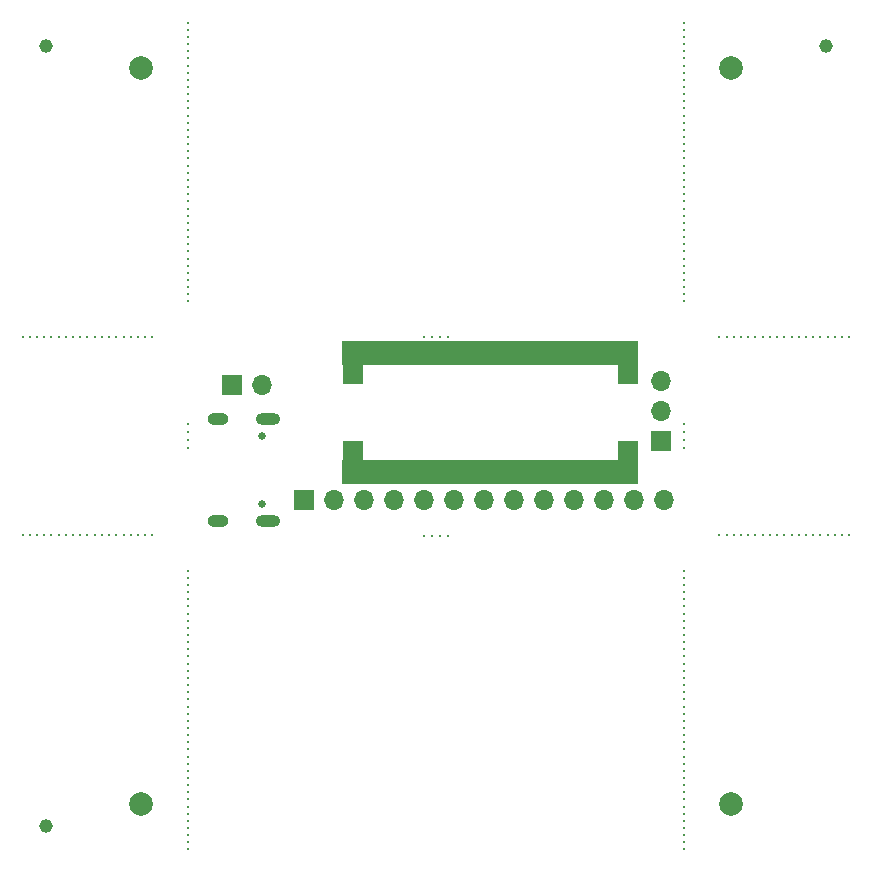
<source format=gbs>
G04 #@! TF.GenerationSoftware,KiCad,Pcbnew,8.0.7*
G04 #@! TF.CreationDate,2025-01-12T09:33:48-05:00*
G04 #@! TF.ProjectId,panel,70616e65-6c2e-46b6-9963-61645f706362,rev?*
G04 #@! TF.SameCoordinates,Original*
G04 #@! TF.FileFunction,Soldermask,Bot*
G04 #@! TF.FilePolarity,Negative*
%FSLAX46Y46*%
G04 Gerber Fmt 4.6, Leading zero omitted, Abs format (unit mm)*
G04 Created by KiCad (PCBNEW 8.0.7) date 2025-01-12 09:33:48*
%MOMM*%
%LPD*%
G01*
G04 APERTURE LIST*
G04 Aperture macros list*
%AMFreePoly0*
4,1,5,12.500000,-1.000000,-12.500000,-1.000000,-12.500000,1.000000,12.500000,1.000000,12.500000,-1.000000,12.500000,-1.000000,$1*%
G04 Aperture macros list end*
%ADD10C,0.300000*%
%ADD11C,1.152000*%
%ADD12R,1.700000X1.700000*%
%ADD13O,1.700000X1.700000*%
%ADD14C,0.650000*%
%ADD15O,2.100000X1.000000*%
%ADD16O,1.800000X1.000000*%
%ADD17C,2.000000*%
%ADD18FreePoly0,180.000000*%
G04 APERTURE END LIST*
D10*
G04 #@! TO.C,KiKit_MB_8_23*
X56000000Y-59712820D03*
G04 #@! TD*
G04 #@! TO.C,KiKit_MB_7_4*
X14000000Y-48215384D03*
G04 #@! TD*
G04 #@! TO.C,KiKit_MB_12_9*
X63888888Y-43400000D03*
G04 #@! TD*
G04 #@! TO.C,KiKit_MB_10_11*
X6111112Y-43400000D03*
G04 #@! TD*
G04 #@! TO.C,KiKit_MB_12_16*
X68166666Y-43400000D03*
G04 #@! TD*
G04 #@! TO.C,KiKit_MB_11_7*
X62666666Y-26600000D03*
G04 #@! TD*
G04 #@! TO.C,KiKit_MB_8_28*
X56000000Y-62738461D03*
G04 #@! TD*
G04 #@! TO.C,KiKit_MB_6_22*
X56000000Y-12707693D03*
G04 #@! TD*
G04 #@! TO.C,KiKit_MB_6_15*
X56000000Y-8471795D03*
G04 #@! TD*
G04 #@! TO.C,KiKit_MB_6_31*
X56000000Y-18153847D03*
G04 #@! TD*
G04 #@! TO.C,KiKit_MB_8_31*
X56000000Y-64553846D03*
G04 #@! TD*
G04 #@! TO.C,KiKit_MB_12_3*
X60222222Y-43400000D03*
G04 #@! TD*
G04 #@! TO.C,KiKit_MB_12_13*
X66333333Y-43400000D03*
G04 #@! TD*
G04 #@! TO.C,KiKit_MB_5_29*
X14000000Y-16943590D03*
G04 #@! TD*
G04 #@! TO.C,KiKit_MB_10_14*
X7944445Y-43400000D03*
G04 #@! TD*
G04 #@! TO.C,KiKit_MB_12_11*
X65111111Y-43400000D03*
G04 #@! TD*
G04 #@! TO.C,KiKit_MB_9_9*
X4888889Y-26600000D03*
G04 #@! TD*
G04 #@! TO.C,KiKit_MB_6_25*
X56000000Y-14523077D03*
G04 #@! TD*
G04 #@! TO.C,KiKit_MB_12_5*
X61444444Y-43400000D03*
G04 #@! TD*
G04 #@! TO.C,KiKit_MB_9_12*
X6722223Y-26600000D03*
G04 #@! TD*
G04 #@! TO.C,KiKit_MB_12_12*
X65722222Y-43400000D03*
G04 #@! TD*
G04 #@! TO.C,KiKit_MB_11_1*
X59000000Y-26600000D03*
G04 #@! TD*
G04 #@! TO.C,KiKit_MB_6_34*
X56000000Y-19969231D03*
G04 #@! TD*
G04 #@! TO.C,KiKit_MB_8_34*
X56000000Y-66369230D03*
G04 #@! TD*
G04 #@! TO.C,KiKit_MB_11_3*
X60222222Y-26600000D03*
G04 #@! TD*
G04 #@! TO.C,KiKit_MB_2_4*
X56030000Y-36000000D03*
G04 #@! TD*
G04 #@! TO.C,KiKit_MB_12_18*
X69388888Y-43400000D03*
G04 #@! TD*
G04 #@! TO.C,KiKit_MB_7_40*
X14000000Y-70000000D03*
G04 #@! TD*
G04 #@! TO.C,KiKit_MB_7_18*
X14000000Y-56687179D03*
G04 #@! TD*
G04 #@! TO.C,KiKit_MB_5_33*
X14000000Y-19364103D03*
G04 #@! TD*
G04 #@! TO.C,KiKit_MB_5_3*
X14000000Y-1210257D03*
G04 #@! TD*
D11*
G04 #@! TO.C,KiKit_TO_3*
X2000000Y-68000000D03*
G04 #@! TD*
D10*
G04 #@! TO.C,KiKit_MB_12_10*
X64500000Y-43400000D03*
G04 #@! TD*
G04 #@! TO.C,KiKit_MB_5_23*
X14000000Y-13312821D03*
G04 #@! TD*
G04 #@! TO.C,KiKit_MB_8_3*
X56000000Y-47610256D03*
G04 #@! TD*
G04 #@! TO.C,KiKit_MB_6_13*
X56000000Y-7261539D03*
G04 #@! TD*
G04 #@! TO.C,KiKit_MB_8_19*
X56000000Y-57292307D03*
G04 #@! TD*
G04 #@! TO.C,KiKit_MB_9_11*
X6111112Y-26600000D03*
G04 #@! TD*
G04 #@! TO.C,KiKit_MB_7_10*
X14000000Y-51846153D03*
G04 #@! TD*
G04 #@! TO.C,KiKit_MB_5_8*
X14000000Y-4235898D03*
G04 #@! TD*
G04 #@! TO.C,KiKit_MB_5_14*
X14000000Y-7866667D03*
G04 #@! TD*
G04 #@! TO.C,KiKit_MB_6_36*
X56000000Y-21179488D03*
G04 #@! TD*
G04 #@! TO.C,KiKit_MB_6_5*
X56000000Y-2420513D03*
G04 #@! TD*
G04 #@! TO.C,KiKit_MB_8_22*
X56000000Y-59107692D03*
G04 #@! TD*
G04 #@! TO.C,KiKit_MB_7_34*
X14000000Y-66369230D03*
G04 #@! TD*
G04 #@! TO.C,KiKit_MB_10_15*
X8555556Y-43400000D03*
G04 #@! TD*
G04 #@! TO.C,KiKit_MB_11_15*
X67555555Y-26600000D03*
G04 #@! TD*
G04 #@! TO.C,KiKit_MB_6_26*
X56000000Y-15128206D03*
G04 #@! TD*
G04 #@! TO.C,KiKit_MB_1_2*
X13970000Y-35333333D03*
G04 #@! TD*
G04 #@! TO.C,KiKit_MB_9_16*
X9166667Y-26600000D03*
G04 #@! TD*
G04 #@! TO.C,KiKit_MB_10_12*
X6722223Y-43400000D03*
G04 #@! TD*
G04 #@! TO.C,KiKit_MB_5_4*
X14000000Y-1815385D03*
G04 #@! TD*
G04 #@! TO.C,KiKit_MB_6_35*
X56000000Y-20574359D03*
G04 #@! TD*
G04 #@! TO.C,KiKit_MB_9_14*
X7944445Y-26600000D03*
G04 #@! TD*
G04 #@! TO.C,KiKit_MB_7_28*
X14000000Y-62738461D03*
G04 #@! TD*
G04 #@! TO.C,KiKit_MB_10_9*
X4888889Y-43400000D03*
G04 #@! TD*
G04 #@! TO.C,KiKit_MB_7_32*
X14000000Y-65158974D03*
G04 #@! TD*
G04 #@! TO.C,KiKit_MB_8_5*
X56000000Y-48820512D03*
G04 #@! TD*
G04 #@! TO.C,KiKit_MB_11_5*
X61444444Y-26600000D03*
G04 #@! TD*
G04 #@! TO.C,KiKit_MB_2_3*
X56030000Y-35333333D03*
G04 #@! TD*
G04 #@! TO.C,KiKit_MB_8_18*
X56000000Y-56687179D03*
G04 #@! TD*
G04 #@! TO.C,KiKit_MB_10_7*
X3666667Y-43400000D03*
G04 #@! TD*
G04 #@! TO.C,KiKit_MB_7_37*
X14000000Y-68184615D03*
G04 #@! TD*
G04 #@! TO.C,KiKit_MB_5_26*
X14000000Y-15128206D03*
G04 #@! TD*
G04 #@! TO.C,KiKit_MB_8_7*
X56000000Y-50030769D03*
G04 #@! TD*
G04 #@! TO.C,KiKit_MB_6_11*
X56000000Y-6051283D03*
G04 #@! TD*
G04 #@! TO.C,KiKit_MB_11_14*
X66944444Y-26600000D03*
G04 #@! TD*
G04 #@! TO.C,KiKit_MB_9_15*
X8555556Y-26600000D03*
G04 #@! TD*
G04 #@! TO.C,KiKit_MB_6_32*
X56000000Y-18758975D03*
G04 #@! TD*
G04 #@! TO.C,KiKit_MB_7_15*
X14000000Y-54871794D03*
G04 #@! TD*
G04 #@! TO.C,KiKit_MB_5_5*
X14000000Y-2420513D03*
G04 #@! TD*
G04 #@! TO.C,KiKit_MB_9_10*
X5500000Y-26600000D03*
G04 #@! TD*
G04 #@! TO.C,KiKit_MB_12_6*
X62055555Y-43400000D03*
G04 #@! TD*
G04 #@! TO.C,KiKit_MB_5_31*
X14000000Y-18153847D03*
G04 #@! TD*
G04 #@! TO.C,KiKit_MB_12_4*
X60833333Y-43400000D03*
G04 #@! TD*
G04 #@! TO.C,KiKit_MB_7_6*
X14000000Y-49425641D03*
G04 #@! TD*
G04 #@! TO.C,KiKit_MB_8_39*
X56000000Y-69394871D03*
G04 #@! TD*
G04 #@! TO.C,KiKit_MB_3_4*
X36000000Y-26570000D03*
G04 #@! TD*
G04 #@! TO.C,KiKit_MB_6_4*
X56000000Y-1815385D03*
G04 #@! TD*
G04 #@! TO.C,KiKit_MB_6_1*
X56000000Y0D03*
G04 #@! TD*
G04 #@! TO.C,KiKit_MB_6_3*
X56000000Y-1210257D03*
G04 #@! TD*
G04 #@! TO.C,KiKit_MB_5_6*
X14000000Y-3025642D03*
G04 #@! TD*
G04 #@! TO.C,KiKit_MB_3_2*
X34666667Y-26570000D03*
G04 #@! TD*
G04 #@! TO.C,KiKit_MB_8_33*
X56000000Y-65764102D03*
G04 #@! TD*
G04 #@! TO.C,KiKit_MB_6_24*
X56000000Y-13917949D03*
G04 #@! TD*
G04 #@! TO.C,KiKit_MB_8_29*
X56000000Y-63343589D03*
G04 #@! TD*
G04 #@! TO.C,KiKit_MB_6_29*
X56000000Y-16943590D03*
G04 #@! TD*
G04 #@! TO.C,KiKit_MB_10_3*
X1222223Y-43400000D03*
G04 #@! TD*
G04 #@! TO.C,KiKit_MB_6_27*
X56000000Y-15733334D03*
G04 #@! TD*
G04 #@! TO.C,KiKit_MB_7_16*
X14000000Y-55476923D03*
G04 #@! TD*
G04 #@! TO.C,KiKit_MB_3_3*
X35333333Y-26570000D03*
G04 #@! TD*
G04 #@! TO.C,KiKit_MB_7_27*
X14000000Y-62133333D03*
G04 #@! TD*
G04 #@! TO.C,KiKit_MB_8_37*
X56000000Y-68184615D03*
G04 #@! TD*
G04 #@! TO.C,KiKit_MB_7_31*
X14000000Y-64553846D03*
G04 #@! TD*
G04 #@! TO.C,KiKit_MB_10_17*
X9777778Y-43400000D03*
G04 #@! TD*
G04 #@! TO.C,KiKit_MB_9_13*
X7333334Y-26600000D03*
G04 #@! TD*
G04 #@! TO.C,KiKit_MB_7_21*
X14000000Y-58502564D03*
G04 #@! TD*
G04 #@! TO.C,KiKit_MB_1_3*
X13970000Y-34666667D03*
G04 #@! TD*
G04 #@! TO.C,KiKit_MB_8_40*
X56000000Y-70000000D03*
G04 #@! TD*
G04 #@! TO.C,KiKit_MB_6_18*
X56000000Y-10287180D03*
G04 #@! TD*
G04 #@! TO.C,KiKit_MB_5_16*
X14000000Y-9076924D03*
G04 #@! TD*
G04 #@! TO.C,KiKit_MB_3_1*
X34000000Y-26570000D03*
G04 #@! TD*
G04 #@! TO.C,KiKit_MB_10_5*
X2444445Y-43400000D03*
G04 #@! TD*
G04 #@! TO.C,KiKit_MB_8_35*
X56000000Y-66974358D03*
G04 #@! TD*
G04 #@! TO.C,KiKit_MB_5_15*
X14000000Y-8471795D03*
G04 #@! TD*
G04 #@! TO.C,KiKit_MB_6_2*
X56000000Y-605129D03*
G04 #@! TD*
G04 #@! TO.C,KiKit_MB_6_7*
X56000000Y-3630770D03*
G04 #@! TD*
G04 #@! TO.C,KiKit_MB_7_17*
X14000000Y-56082051D03*
G04 #@! TD*
G04 #@! TO.C,KiKit_MB_10_13*
X7333334Y-43400000D03*
G04 #@! TD*
D12*
G04 #@! TO.C,J2*
X54050000Y-35450000D03*
D13*
X54050000Y-32910000D03*
X54050000Y-30370000D03*
G04 #@! TD*
D12*
G04 #@! TO.C,J4*
X23800000Y-40380000D03*
D13*
X26340000Y-40380000D03*
X28880000Y-40380000D03*
X31420000Y-40380000D03*
X33960000Y-40380000D03*
X36500000Y-40380000D03*
X39040000Y-40380000D03*
X41580000Y-40380000D03*
X44120000Y-40380000D03*
X46660000Y-40380000D03*
X49200000Y-40380000D03*
X51740000Y-40380000D03*
X54280000Y-40380000D03*
G04 #@! TD*
D10*
G04 #@! TO.C,KiKit_MB_10_16*
X9166667Y-43400000D03*
G04 #@! TD*
G04 #@! TO.C,KiKit_MB_6_17*
X56000000Y-9682052D03*
G04 #@! TD*
G04 #@! TO.C,KiKit_MB_5_28*
X14000000Y-16338462D03*
G04 #@! TD*
G04 #@! TO.C,KiKit_MB_5_35*
X14000000Y-20574359D03*
G04 #@! TD*
G04 #@! TO.C,KiKit_MB_8_20*
X56000000Y-57897435D03*
G04 #@! TD*
G04 #@! TO.C,KiKit_MB_5_12*
X14000000Y-6656411D03*
G04 #@! TD*
G04 #@! TO.C,KiKit_MB_10_19*
X11000000Y-43400000D03*
G04 #@! TD*
G04 #@! TO.C,KiKit_MB_6_14*
X56000000Y-7866667D03*
G04 #@! TD*
G04 #@! TO.C,KiKit_MB_7_19*
X14000000Y-57292307D03*
G04 #@! TD*
G04 #@! TO.C,KiKit_MB_11_9*
X63888888Y-26600000D03*
G04 #@! TD*
G04 #@! TO.C,KiKit_MB_11_19*
X70000000Y-26600000D03*
G04 #@! TD*
G04 #@! TO.C,KiKit_MB_8_21*
X56000000Y-58502564D03*
G04 #@! TD*
G04 #@! TO.C,KiKit_MB_6_37*
X56000000Y-21784616D03*
G04 #@! TD*
G04 #@! TO.C,KiKit_MB_6_16*
X56000000Y-9076924D03*
G04 #@! TD*
G04 #@! TO.C,KiKit_MB_7_13*
X14000000Y-53661538D03*
G04 #@! TD*
G04 #@! TO.C,KiKit_MB_7_23*
X14000000Y-59712820D03*
G04 #@! TD*
G04 #@! TO.C,KiKit_MB_8_30*
X56000000Y-63948717D03*
G04 #@! TD*
G04 #@! TO.C,KiKit_MB_5_25*
X14000000Y-14523077D03*
G04 #@! TD*
D14*
G04 #@! TO.C,P1*
X20265000Y-34960000D03*
X20265000Y-40740000D03*
D15*
X20765000Y-33530000D03*
D16*
X16585000Y-33530000D03*
D15*
X20765000Y-42170000D03*
D16*
X16585000Y-42170000D03*
G04 #@! TD*
D10*
G04 #@! TO.C,KiKit_MB_7_2*
X14000000Y-47005128D03*
G04 #@! TD*
G04 #@! TO.C,KiKit_MB_5_11*
X14000000Y-6051283D03*
G04 #@! TD*
G04 #@! TO.C,KiKit_MB_12_19*
X70000000Y-43400000D03*
G04 #@! TD*
G04 #@! TO.C,KiKit_MB_8_6*
X56000000Y-49425641D03*
G04 #@! TD*
G04 #@! TO.C,KiKit_MB_5_40*
X14000000Y-23600000D03*
G04 #@! TD*
G04 #@! TO.C,KiKit_MB_12_17*
X68777777Y-43400000D03*
G04 #@! TD*
G04 #@! TO.C,KiKit_MB_1_1*
X13970000Y-36000000D03*
G04 #@! TD*
G04 #@! TO.C,KiKit_MB_6_40*
X56000000Y-23600000D03*
G04 #@! TD*
G04 #@! TO.C,KiKit_MB_4_1*
X36000000Y-43430000D03*
G04 #@! TD*
G04 #@! TO.C,KiKit_MB_7_9*
X14000000Y-51241025D03*
G04 #@! TD*
G04 #@! TO.C,KiKit_MB_7_25*
X14000000Y-60923076D03*
G04 #@! TD*
G04 #@! TO.C,KiKit_MB_11_17*
X68777777Y-26600000D03*
G04 #@! TD*
D11*
G04 #@! TO.C,KiKit_TO_1*
X2000000Y-2000000D03*
G04 #@! TD*
D10*
G04 #@! TO.C,KiKit_MB_10_2*
X611112Y-43400000D03*
G04 #@! TD*
G04 #@! TO.C,KiKit_MB_10_18*
X10388889Y-43400000D03*
G04 #@! TD*
G04 #@! TO.C,KiKit_MB_6_21*
X56000000Y-12102565D03*
G04 #@! TD*
G04 #@! TO.C,KiKit_MB_12_7*
X62666666Y-43400000D03*
G04 #@! TD*
G04 #@! TO.C,KiKit_MB_9_2*
X611112Y-26600000D03*
G04 #@! TD*
G04 #@! TO.C,KiKit_MB_6_33*
X56000000Y-19364103D03*
G04 #@! TD*
G04 #@! TO.C,KiKit_MB_6_39*
X56000000Y-22994872D03*
G04 #@! TD*
G04 #@! TO.C,KiKit_MB_7_8*
X14000000Y-50635897D03*
G04 #@! TD*
G04 #@! TO.C,KiKit_MB_8_10*
X56000000Y-51846153D03*
G04 #@! TD*
G04 #@! TO.C,KiKit_MB_6_9*
X56000000Y-4841026D03*
G04 #@! TD*
G04 #@! TO.C,KiKit_MB_5_24*
X14000000Y-13917949D03*
G04 #@! TD*
G04 #@! TO.C,KiKit_MB_2_1*
X56030000Y-34000000D03*
G04 #@! TD*
G04 #@! TO.C,KiKit_MB_5_37*
X14000000Y-21784616D03*
G04 #@! TD*
G04 #@! TO.C,KiKit_MB_12_2*
X59611111Y-43400000D03*
G04 #@! TD*
D11*
G04 #@! TO.C,KiKit_TO_2*
X68000000Y-2000000D03*
G04 #@! TD*
D10*
G04 #@! TO.C,KiKit_MB_5_21*
X14000000Y-12102565D03*
G04 #@! TD*
G04 #@! TO.C,KiKit_MB_11_2*
X59611111Y-26600000D03*
G04 #@! TD*
G04 #@! TO.C,KiKit_MB_7_22*
X14000000Y-59107692D03*
G04 #@! TD*
G04 #@! TO.C,KiKit_MB_7_24*
X14000000Y-60317948D03*
G04 #@! TD*
G04 #@! TO.C,KiKit_MB_8_13*
X56000000Y-53661538D03*
G04 #@! TD*
G04 #@! TO.C,KiKit_MB_9_7*
X3666667Y-26600000D03*
G04 #@! TD*
G04 #@! TO.C,KiKit_MB_7_3*
X14000000Y-47610256D03*
G04 #@! TD*
G04 #@! TO.C,KiKit_MB_8_32*
X56000000Y-65158974D03*
G04 #@! TD*
G04 #@! TO.C,KiKit_MB_7_30*
X14000000Y-63948717D03*
G04 #@! TD*
G04 #@! TO.C,KiKit_MB_5_30*
X14000000Y-17548718D03*
G04 #@! TD*
G04 #@! TO.C,KiKit_MB_5_19*
X14000000Y-10892308D03*
G04 #@! TD*
G04 #@! TO.C,KiKit_MB_6_12*
X56000000Y-6656411D03*
G04 #@! TD*
G04 #@! TO.C,KiKit_MB_9_17*
X9777778Y-26600000D03*
G04 #@! TD*
G04 #@! TO.C,KiKit_MB_4_4*
X34000000Y-43430000D03*
G04 #@! TD*
G04 #@! TO.C,KiKit_MB_7_36*
X14000000Y-67579487D03*
G04 #@! TD*
G04 #@! TO.C,KiKit_MB_11_10*
X64500000Y-26600000D03*
G04 #@! TD*
G04 #@! TO.C,KiKit_MB_4_2*
X35333333Y-43430000D03*
G04 #@! TD*
G04 #@! TO.C,KiKit_MB_7_33*
X14000000Y-65764102D03*
G04 #@! TD*
G04 #@! TO.C,KiKit_MB_1_4*
X13970000Y-34000000D03*
G04 #@! TD*
G04 #@! TO.C,KiKit_MB_5_36*
X14000000Y-21179488D03*
G04 #@! TD*
G04 #@! TO.C,KiKit_MB_9_1*
X0Y-26600000D03*
G04 #@! TD*
G04 #@! TO.C,KiKit_MB_7_39*
X14000000Y-69394871D03*
G04 #@! TD*
G04 #@! TO.C,KiKit_MB_6_8*
X56000000Y-4235898D03*
G04 #@! TD*
G04 #@! TO.C,KiKit_MB_5_17*
X14000000Y-9682052D03*
G04 #@! TD*
G04 #@! TO.C,KiKit_MB_7_26*
X14000000Y-61528205D03*
G04 #@! TD*
G04 #@! TO.C,KiKit_MB_8_36*
X56000000Y-67579487D03*
G04 #@! TD*
G04 #@! TO.C,KiKit_MB_7_38*
X14000000Y-68789743D03*
G04 #@! TD*
G04 #@! TO.C,KiKit_MB_5_13*
X14000000Y-7261539D03*
G04 #@! TD*
G04 #@! TO.C,KiKit_MB_8_17*
X56000000Y-56082051D03*
G04 #@! TD*
G04 #@! TO.C,KiKit_MB_9_8*
X4277778Y-26600000D03*
G04 #@! TD*
G04 #@! TO.C,KiKit_MB_7_35*
X14000000Y-66974358D03*
G04 #@! TD*
G04 #@! TO.C,KiKit_MB_10_1*
X0Y-43400000D03*
G04 #@! TD*
G04 #@! TO.C,KiKit_MB_7_1*
X14000000Y-46400000D03*
G04 #@! TD*
G04 #@! TO.C,KiKit_MB_8_1*
X56000000Y-46400000D03*
G04 #@! TD*
G04 #@! TO.C,KiKit_MB_9_3*
X1222223Y-26600000D03*
G04 #@! TD*
G04 #@! TO.C,KiKit_MB_8_25*
X56000000Y-60923076D03*
G04 #@! TD*
G04 #@! TO.C,KiKit_MB_5_39*
X14000000Y-22994872D03*
G04 #@! TD*
G04 #@! TO.C,KiKit_MB_6_23*
X56000000Y-13312821D03*
G04 #@! TD*
G04 #@! TO.C,KiKit_MB_12_8*
X63277777Y-43400000D03*
G04 #@! TD*
G04 #@! TO.C,KiKit_MB_5_18*
X14000000Y-10287180D03*
G04 #@! TD*
G04 #@! TO.C,KiKit_MB_8_14*
X56000000Y-54266666D03*
G04 #@! TD*
D12*
G04 #@! TO.C,J3*
X17730000Y-30670000D03*
D13*
X20270000Y-30670000D03*
G04 #@! TD*
D10*
G04 #@! TO.C,KiKit_MB_8_2*
X56000000Y-47005128D03*
G04 #@! TD*
G04 #@! TO.C,KiKit_MB_9_4*
X1833334Y-26600000D03*
G04 #@! TD*
G04 #@! TO.C,KiKit_MB_12_14*
X66944444Y-43400000D03*
G04 #@! TD*
G04 #@! TO.C,KiKit_MB_11_11*
X65111111Y-26600000D03*
G04 #@! TD*
G04 #@! TO.C,KiKit_MB_10_4*
X1833334Y-43400000D03*
G04 #@! TD*
G04 #@! TO.C,KiKit_MB_7_11*
X14000000Y-52451282D03*
G04 #@! TD*
G04 #@! TO.C,KiKit_MB_5_9*
X14000000Y-4841026D03*
G04 #@! TD*
G04 #@! TO.C,KiKit_MB_9_18*
X10388889Y-26600000D03*
G04 #@! TD*
G04 #@! TO.C,KiKit_MB_8_15*
X56000000Y-54871794D03*
G04 #@! TD*
G04 #@! TO.C,KiKit_MB_6_28*
X56000000Y-16338462D03*
G04 #@! TD*
G04 #@! TO.C,KiKit_MB_7_7*
X14000000Y-50030769D03*
G04 #@! TD*
G04 #@! TO.C,KiKit_MB_12_1*
X59000000Y-43400000D03*
G04 #@! TD*
G04 #@! TO.C,KiKit_MB_7_29*
X14000000Y-63343589D03*
G04 #@! TD*
G04 #@! TO.C,KiKit_MB_8_27*
X56000000Y-62133333D03*
G04 #@! TD*
G04 #@! TO.C,KiKit_MB_8_11*
X56000000Y-52451282D03*
G04 #@! TD*
G04 #@! TO.C,KiKit_MB_12_15*
X67555555Y-43400000D03*
G04 #@! TD*
G04 #@! TO.C,KiKit_MB_10_6*
X3055556Y-43400000D03*
G04 #@! TD*
G04 #@! TO.C,KiKit_MB_11_8*
X63277777Y-26600000D03*
G04 #@! TD*
G04 #@! TO.C,KiKit_MB_5_22*
X14000000Y-12707693D03*
G04 #@! TD*
G04 #@! TO.C,KiKit_MB_5_32*
X14000000Y-18758975D03*
G04 #@! TD*
G04 #@! TO.C,KiKit_MB_5_27*
X14000000Y-15733334D03*
G04 #@! TD*
G04 #@! TO.C,KiKit_MB_11_18*
X69388888Y-26600000D03*
G04 #@! TD*
G04 #@! TO.C,KiKit_MB_6_38*
X56000000Y-22389744D03*
G04 #@! TD*
G04 #@! TO.C,KiKit_MB_5_20*
X14000000Y-11497436D03*
G04 #@! TD*
G04 #@! TO.C,KiKit_MB_8_26*
X56000000Y-61528205D03*
G04 #@! TD*
G04 #@! TO.C,KiKit_MB_10_10*
X5500000Y-43400000D03*
G04 #@! TD*
G04 #@! TO.C,KiKit_MB_6_20*
X56000000Y-11497436D03*
G04 #@! TD*
G04 #@! TO.C,KiKit_MB_8_12*
X56000000Y-53056410D03*
G04 #@! TD*
G04 #@! TO.C,KiKit_MB_5_2*
X14000000Y-605129D03*
G04 #@! TD*
G04 #@! TO.C,KiKit_MB_7_14*
X14000000Y-54266666D03*
G04 #@! TD*
G04 #@! TO.C,KiKit_MB_8_38*
X56000000Y-68789743D03*
G04 #@! TD*
G04 #@! TO.C,KiKit_MB_6_6*
X56000000Y-3025642D03*
G04 #@! TD*
G04 #@! TO.C,KiKit_MB_9_5*
X2444445Y-26600000D03*
G04 #@! TD*
G04 #@! TO.C,KiKit_MB_8_16*
X56000000Y-55476923D03*
G04 #@! TD*
G04 #@! TO.C,KiKit_MB_5_1*
X14000000Y0D03*
G04 #@! TD*
G04 #@! TO.C,KiKit_MB_5_10*
X14000000Y-5446154D03*
G04 #@! TD*
G04 #@! TO.C,KiKit_MB_8_4*
X56000000Y-48215384D03*
G04 #@! TD*
G04 #@! TO.C,KiKit_MB_10_8*
X4277778Y-43400000D03*
G04 #@! TD*
G04 #@! TO.C,KiKit_MB_7_12*
X14000000Y-53056410D03*
G04 #@! TD*
G04 #@! TO.C,KiKit_MB_5_7*
X14000000Y-3630770D03*
G04 #@! TD*
G04 #@! TO.C,KiKit_MB_5_34*
X14000000Y-19969231D03*
G04 #@! TD*
G04 #@! TO.C,KiKit_MB_5_38*
X14000000Y-22389744D03*
G04 #@! TD*
G04 #@! TO.C,KiKit_MB_8_8*
X56000000Y-50635897D03*
G04 #@! TD*
G04 #@! TO.C,KiKit_MB_6_10*
X56000000Y-5446154D03*
G04 #@! TD*
G04 #@! TO.C,KiKit_MB_4_3*
X34666667Y-43430000D03*
G04 #@! TD*
G04 #@! TO.C,KiKit_MB_11_12*
X65722222Y-26600000D03*
G04 #@! TD*
G04 #@! TO.C,KiKit_MB_11_16*
X68166666Y-26600000D03*
G04 #@! TD*
G04 #@! TO.C,KiKit_MB_7_20*
X14000000Y-57897435D03*
G04 #@! TD*
G04 #@! TO.C,KiKit_MB_6_19*
X56000000Y-10892308D03*
G04 #@! TD*
G04 #@! TO.C,KiKit_MB_11_6*
X62055555Y-26600000D03*
G04 #@! TD*
G04 #@! TO.C,KiKit_MB_8_9*
X56000000Y-51241025D03*
G04 #@! TD*
G04 #@! TO.C,KiKit_MB_9_6*
X3055556Y-26600000D03*
G04 #@! TD*
G04 #@! TO.C,KiKit_MB_11_4*
X60833333Y-26600000D03*
G04 #@! TD*
G04 #@! TO.C,KiKit_MB_8_24*
X56000000Y-60317948D03*
G04 #@! TD*
G04 #@! TO.C,KiKit_MB_2_2*
X56030000Y-34666667D03*
G04 #@! TD*
G04 #@! TO.C,KiKit_MB_11_13*
X66333333Y-26600000D03*
G04 #@! TD*
G04 #@! TO.C,KiKit_MB_9_19*
X11000000Y-26600000D03*
G04 #@! TD*
G04 #@! TO.C,KiKit_MB_7_5*
X14000000Y-48820512D03*
G04 #@! TD*
G04 #@! TO.C,KiKit_MB_6_30*
X56000000Y-17548718D03*
G04 #@! TD*
D17*
G04 #@! TO.C,KiKit_FID_B_3*
X10000000Y-66150000D03*
G04 #@! TD*
D12*
G04 #@! TO.C,J8*
X51250000Y-29750000D03*
D18*
X39600000Y-28000000D03*
D12*
X27950000Y-29750000D03*
X51250000Y-36250000D03*
D18*
X39600000Y-38000000D03*
D12*
X27950000Y-36250000D03*
G04 #@! TD*
D17*
G04 #@! TO.C,KiKit_FID_B_2*
X60000000Y-3850000D03*
G04 #@! TD*
G04 #@! TO.C,KiKit_FID_B_4*
X60000000Y-66150000D03*
G04 #@! TD*
G04 #@! TO.C,KiKit_FID_B_1*
X10000000Y-3850000D03*
G04 #@! TD*
M02*

</source>
